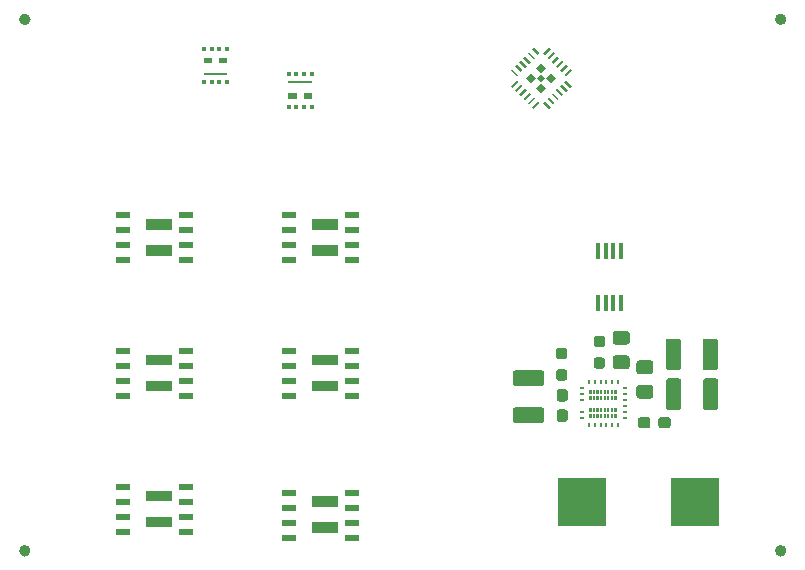
<source format=gtp>
G04 #@! TF.GenerationSoftware,KiCad,Pcbnew,(5.1.6-0-10_14)*
G04 #@! TF.CreationDate,2021-10-07T11:44:50+09:00*
G04 #@! TF.ProjectId,peltier,70656c74-6965-4722-9e6b-696361645f70,rev?*
G04 #@! TF.SameCoordinates,Original*
G04 #@! TF.FileFunction,Paste,Top*
G04 #@! TF.FilePolarity,Positive*
%FSLAX46Y46*%
G04 Gerber Fmt 4.6, Leading zero omitted, Abs format (unit mm)*
G04 Created by KiCad (PCBNEW (5.1.6-0-10_14)) date 2021-10-07 11:44:50*
%MOMM*%
%LPD*%
G01*
G04 APERTURE LIST*
%ADD10C,0.475000*%
%ADD11C,0.100000*%
%ADD12R,0.250000X0.450000*%
%ADD13R,0.450000X0.250000*%
%ADD14R,0.450000X1.450000*%
%ADD15R,0.400000X1.450000*%
%ADD16R,4.100000X4.100000*%
%ADD17R,1.270000X0.609600*%
%ADD18R,0.450000X0.450000*%
G04 APERTURE END LIST*
D10*
X188737500Y-66500000D02*
G75*
G03*
X188737500Y-66500000I-237500J0D01*
G01*
X188737500Y-21500000D02*
G75*
G03*
X188737500Y-21500000I-237500J0D01*
G01*
X124737500Y-21500000D02*
G75*
G03*
X124737500Y-21500000I-237500J0D01*
G01*
X124737500Y-66500000D02*
G75*
G03*
X124737500Y-66500000I-237500J0D01*
G01*
D11*
G36*
X174400000Y-53200000D02*
G01*
X174400000Y-52900000D01*
X174600000Y-52900000D01*
X174600000Y-53200000D01*
X174400000Y-53200000D01*
G37*
G36*
X174400000Y-53200000D02*
G01*
X174400000Y-52900000D01*
X174600000Y-52900000D01*
X174600000Y-53200000D01*
X174400000Y-53200000D01*
G37*
G36*
X174400000Y-53700000D02*
G01*
X174400000Y-53400000D01*
X174600000Y-53400000D01*
X174600000Y-53700000D01*
X174400000Y-53700000D01*
G37*
G36*
X174100000Y-53200000D02*
G01*
X174100000Y-52900000D01*
X174300000Y-52900000D01*
X174300000Y-53200000D01*
X174100000Y-53200000D01*
G37*
G36*
X174100000Y-53200000D02*
G01*
X174100000Y-52900000D01*
X174300000Y-52900000D01*
X174300000Y-53200000D01*
X174100000Y-53200000D01*
G37*
G36*
X174100000Y-53700000D02*
G01*
X174100000Y-53400000D01*
X174300000Y-53400000D01*
X174300000Y-53700000D01*
X174100000Y-53700000D01*
G37*
G36*
X173800000Y-53200000D02*
G01*
X173800000Y-52900000D01*
X174000000Y-52900000D01*
X174000000Y-53200000D01*
X173800000Y-53200000D01*
G37*
G36*
X173500000Y-53700000D02*
G01*
X173500000Y-53400000D01*
X173700000Y-53400000D01*
X173700000Y-53700000D01*
X173500000Y-53700000D01*
G37*
G36*
X173800000Y-53200000D02*
G01*
X173800000Y-52900000D01*
X174000000Y-52900000D01*
X174000000Y-53200000D01*
X173800000Y-53200000D01*
G37*
G36*
X173500000Y-53200000D02*
G01*
X173500000Y-52900000D01*
X173700000Y-52900000D01*
X173700000Y-53200000D01*
X173500000Y-53200000D01*
G37*
G36*
X173500000Y-53200000D02*
G01*
X173500000Y-52900000D01*
X173700000Y-52900000D01*
X173700000Y-53200000D01*
X173500000Y-53200000D01*
G37*
G36*
X173800000Y-53700000D02*
G01*
X173800000Y-53400000D01*
X174000000Y-53400000D01*
X174000000Y-53700000D01*
X173800000Y-53700000D01*
G37*
G36*
X173200000Y-53200000D02*
G01*
X173200000Y-52900000D01*
X173400000Y-52900000D01*
X173400000Y-53200000D01*
X173200000Y-53200000D01*
G37*
G36*
X172300000Y-53200000D02*
G01*
X172300000Y-52900000D01*
X172500000Y-52900000D01*
X172500000Y-53200000D01*
X172300000Y-53200000D01*
G37*
G36*
X172300000Y-53700000D02*
G01*
X172300000Y-53400000D01*
X172500000Y-53400000D01*
X172500000Y-53700000D01*
X172300000Y-53700000D01*
G37*
G36*
X172300000Y-53200000D02*
G01*
X172300000Y-52900000D01*
X172500000Y-52900000D01*
X172500000Y-53200000D01*
X172300000Y-53200000D01*
G37*
G36*
X172600000Y-53200000D02*
G01*
X172600000Y-52900000D01*
X172800000Y-52900000D01*
X172800000Y-53200000D01*
X172600000Y-53200000D01*
G37*
G36*
X172600000Y-53700000D02*
G01*
X172600000Y-53400000D01*
X172800000Y-53400000D01*
X172800000Y-53700000D01*
X172600000Y-53700000D01*
G37*
G36*
X172600000Y-53200000D02*
G01*
X172600000Y-52900000D01*
X172800000Y-52900000D01*
X172800000Y-53200000D01*
X172600000Y-53200000D01*
G37*
G36*
X172900000Y-53700000D02*
G01*
X172900000Y-53400000D01*
X173100000Y-53400000D01*
X173100000Y-53700000D01*
X172900000Y-53700000D01*
G37*
G36*
X173200000Y-53200000D02*
G01*
X173200000Y-52900000D01*
X173400000Y-52900000D01*
X173400000Y-53200000D01*
X173200000Y-53200000D01*
G37*
G36*
X172900000Y-53200000D02*
G01*
X172900000Y-52900000D01*
X173100000Y-52900000D01*
X173100000Y-53200000D01*
X172900000Y-53200000D01*
G37*
G36*
X172900000Y-53200000D02*
G01*
X172900000Y-52900000D01*
X173100000Y-52900000D01*
X173100000Y-53200000D01*
X172900000Y-53200000D01*
G37*
G36*
X173200000Y-53700000D02*
G01*
X173200000Y-53400000D01*
X173400000Y-53400000D01*
X173400000Y-53700000D01*
X173200000Y-53700000D01*
G37*
G36*
X174400000Y-54750000D02*
G01*
X174400000Y-54450000D01*
X174600000Y-54450000D01*
X174600000Y-54750000D01*
X174400000Y-54750000D01*
G37*
G36*
X174400000Y-55250000D02*
G01*
X174400000Y-54950000D01*
X174600000Y-54950000D01*
X174600000Y-55250000D01*
X174400000Y-55250000D01*
G37*
G36*
X174400000Y-54750000D02*
G01*
X174400000Y-54450000D01*
X174600000Y-54450000D01*
X174600000Y-54750000D01*
X174400000Y-54750000D01*
G37*
G36*
X172600000Y-54750000D02*
G01*
X172600000Y-54450000D01*
X172800000Y-54450000D01*
X172800000Y-54750000D01*
X172600000Y-54750000D01*
G37*
G36*
X172600000Y-55250000D02*
G01*
X172600000Y-54950000D01*
X172800000Y-54950000D01*
X172800000Y-55250000D01*
X172600000Y-55250000D01*
G37*
G36*
X172600000Y-54750000D02*
G01*
X172600000Y-54450000D01*
X172800000Y-54450000D01*
X172800000Y-54750000D01*
X172600000Y-54750000D01*
G37*
G36*
X172900000Y-55250000D02*
G01*
X172900000Y-54950000D01*
X173100000Y-54950000D01*
X173100000Y-55250000D01*
X172900000Y-55250000D01*
G37*
G36*
X173200000Y-54750000D02*
G01*
X173200000Y-54450000D01*
X173400000Y-54450000D01*
X173400000Y-54750000D01*
X173200000Y-54750000D01*
G37*
G36*
X172900000Y-54750000D02*
G01*
X172900000Y-54450000D01*
X173100000Y-54450000D01*
X173100000Y-54750000D01*
X172900000Y-54750000D01*
G37*
G36*
X172900000Y-54750000D02*
G01*
X172900000Y-54450000D01*
X173100000Y-54450000D01*
X173100000Y-54750000D01*
X172900000Y-54750000D01*
G37*
G36*
X173200000Y-55250000D02*
G01*
X173200000Y-54950000D01*
X173400000Y-54950000D01*
X173400000Y-55250000D01*
X173200000Y-55250000D01*
G37*
G36*
X174100000Y-54750000D02*
G01*
X174100000Y-54450000D01*
X174300000Y-54450000D01*
X174300000Y-54750000D01*
X174100000Y-54750000D01*
G37*
G36*
X174100000Y-54750000D02*
G01*
X174100000Y-54450000D01*
X174300000Y-54450000D01*
X174300000Y-54750000D01*
X174100000Y-54750000D01*
G37*
G36*
X174100000Y-55250000D02*
G01*
X174100000Y-54950000D01*
X174300000Y-54950000D01*
X174300000Y-55250000D01*
X174100000Y-55250000D01*
G37*
G36*
X173800000Y-54750000D02*
G01*
X173800000Y-54450000D01*
X174000000Y-54450000D01*
X174000000Y-54750000D01*
X173800000Y-54750000D01*
G37*
G36*
X173500000Y-55250000D02*
G01*
X173500000Y-54950000D01*
X173700000Y-54950000D01*
X173700000Y-55250000D01*
X173500000Y-55250000D01*
G37*
G36*
X173800000Y-54750000D02*
G01*
X173800000Y-54450000D01*
X174000000Y-54450000D01*
X174000000Y-54750000D01*
X173800000Y-54750000D01*
G37*
G36*
X173500000Y-54750000D02*
G01*
X173500000Y-54450000D01*
X173700000Y-54450000D01*
X173700000Y-54750000D01*
X173500000Y-54750000D01*
G37*
G36*
X173500000Y-54750000D02*
G01*
X173500000Y-54450000D01*
X173700000Y-54450000D01*
X173700000Y-54750000D01*
X173500000Y-54750000D01*
G37*
G36*
X173800000Y-55250000D02*
G01*
X173800000Y-54950000D01*
X174000000Y-54950000D01*
X174000000Y-55250000D01*
X173800000Y-55250000D01*
G37*
G36*
X173200000Y-54750000D02*
G01*
X173200000Y-54450000D01*
X173400000Y-54450000D01*
X173400000Y-54750000D01*
X173200000Y-54750000D01*
G37*
G36*
X172300000Y-54750000D02*
G01*
X172300000Y-54450000D01*
X172500000Y-54450000D01*
X172500000Y-54750000D01*
X172300000Y-54750000D01*
G37*
G36*
X172300000Y-55250000D02*
G01*
X172300000Y-54950000D01*
X172500000Y-54950000D01*
X172500000Y-55250000D01*
X172300000Y-55250000D01*
G37*
G36*
X172300000Y-54750000D02*
G01*
X172300000Y-54450000D01*
X172500000Y-54450000D01*
X172500000Y-54750000D01*
X172300000Y-54750000D01*
G37*
G36*
X151000000Y-65000000D02*
G01*
X148800000Y-65000000D01*
X148800000Y-64100000D01*
X151000000Y-64100000D01*
X151000000Y-65000000D01*
G37*
G36*
X151000000Y-62800000D02*
G01*
X148800000Y-62800000D01*
X148800000Y-61900000D01*
X151000000Y-61900000D01*
X151000000Y-62800000D01*
G37*
G36*
X141650000Y-26240000D02*
G01*
X139650000Y-26240000D01*
X139650000Y-26040000D01*
X141650000Y-26040000D01*
X141650000Y-26240000D01*
G37*
G36*
X141650000Y-25240000D02*
G01*
X140950000Y-25240000D01*
X140950000Y-24740000D01*
X141650000Y-24740000D01*
X141650000Y-25240000D01*
G37*
G36*
X140350000Y-25240000D02*
G01*
X139650000Y-25240000D01*
X139650000Y-24740000D01*
X140350000Y-24740000D01*
X140350000Y-25240000D01*
G37*
G36*
X137000000Y-62300000D02*
G01*
X134800000Y-62300000D01*
X134800000Y-61400000D01*
X137000000Y-61400000D01*
X137000000Y-62300000D01*
G37*
G36*
X137000000Y-64500000D02*
G01*
X134800000Y-64500000D01*
X134800000Y-63600000D01*
X137000000Y-63600000D01*
X137000000Y-64500000D01*
G37*
G36*
X151000000Y-53000000D02*
G01*
X148800000Y-53000000D01*
X148800000Y-52100000D01*
X151000000Y-52100000D01*
X151000000Y-53000000D01*
G37*
G36*
X151000000Y-50800000D02*
G01*
X148800000Y-50800000D01*
X148800000Y-49900000D01*
X151000000Y-49900000D01*
X151000000Y-50800000D01*
G37*
G36*
X151000000Y-39300000D02*
G01*
X148800000Y-39300000D01*
X148800000Y-38400000D01*
X151000000Y-38400000D01*
X151000000Y-39300000D01*
G37*
G36*
X151000000Y-41500000D02*
G01*
X148800000Y-41500000D01*
X148800000Y-40600000D01*
X151000000Y-40600000D01*
X151000000Y-41500000D01*
G37*
G36*
X167803731Y-26475954D02*
G01*
X167379467Y-26900218D01*
X166955203Y-26475954D01*
X167379467Y-26051690D01*
X167803731Y-26475954D01*
G37*
G36*
X168652259Y-25627426D02*
G01*
X168227995Y-26051690D01*
X167803731Y-25627426D01*
X168227995Y-25203162D01*
X168652259Y-25627426D01*
G37*
G36*
X169500787Y-26475954D02*
G01*
X169076523Y-26900218D01*
X168652259Y-26475954D01*
X169076523Y-26051690D01*
X169500787Y-26475954D01*
G37*
G36*
X168652259Y-27324482D02*
G01*
X168227995Y-27748746D01*
X167803731Y-27324482D01*
X168227995Y-26900218D01*
X168652259Y-27324482D01*
G37*
G36*
X137000000Y-41500000D02*
G01*
X134800000Y-41500000D01*
X134800000Y-40600000D01*
X137000000Y-40600000D01*
X137000000Y-41500000D01*
G37*
G36*
X137000000Y-39300000D02*
G01*
X134800000Y-39300000D01*
X134800000Y-38400000D01*
X137000000Y-38400000D01*
X137000000Y-39300000D01*
G37*
G36*
X137000000Y-50800000D02*
G01*
X134800000Y-50800000D01*
X134800000Y-49900000D01*
X137000000Y-49900000D01*
X137000000Y-50800000D01*
G37*
G36*
X137000000Y-53000000D02*
G01*
X134800000Y-53000000D01*
X134800000Y-52100000D01*
X137000000Y-52100000D01*
X137000000Y-53000000D01*
G37*
G36*
X146810000Y-26730000D02*
G01*
X148810000Y-26730000D01*
X148810000Y-26930000D01*
X146810000Y-26930000D01*
X146810000Y-26730000D01*
G37*
G36*
X146810000Y-27730000D02*
G01*
X147510000Y-27730000D01*
X147510000Y-28230000D01*
X146810000Y-28230000D01*
X146810000Y-27730000D01*
G37*
G36*
X148110000Y-27730000D02*
G01*
X148810000Y-27730000D01*
X148810000Y-28230000D01*
X148110000Y-28230000D01*
X148110000Y-27730000D01*
G37*
D12*
X174750000Y-52180000D03*
X174250000Y-52180000D03*
X173750000Y-52180000D03*
X173250000Y-52180000D03*
X172750000Y-52180000D03*
X172250000Y-52180000D03*
D13*
X171680000Y-52750000D03*
X171680000Y-53250000D03*
X171680000Y-53750000D03*
X171680000Y-54750000D03*
X171680000Y-55250000D03*
D12*
X172250000Y-55820000D03*
X172750000Y-55820000D03*
X173250000Y-55820000D03*
X173750000Y-55820000D03*
X174250000Y-55820000D03*
X174750000Y-55820000D03*
D13*
X175320000Y-55250000D03*
X175320000Y-54750000D03*
X175320000Y-54250000D03*
X175320000Y-53750000D03*
X175320000Y-53250000D03*
X175320000Y-52750000D03*
G36*
G01*
X177475000Y-53625000D02*
X176525000Y-53625000D01*
G75*
G02*
X176275000Y-53375000I0J250000D01*
G01*
X176275000Y-52700000D01*
G75*
G02*
X176525000Y-52450000I250000J0D01*
G01*
X177475000Y-52450000D01*
G75*
G02*
X177725000Y-52700000I0J-250000D01*
G01*
X177725000Y-53375000D01*
G75*
G02*
X177475000Y-53625000I-250000J0D01*
G01*
G37*
G36*
G01*
X177475000Y-51550000D02*
X176525000Y-51550000D01*
G75*
G02*
X176275000Y-51300000I0J250000D01*
G01*
X176275000Y-50625000D01*
G75*
G02*
X176525000Y-50375000I250000J0D01*
G01*
X177475000Y-50375000D01*
G75*
G02*
X177725000Y-50625000I0J-250000D01*
G01*
X177725000Y-51300000D01*
G75*
G02*
X177475000Y-51550000I-250000J0D01*
G01*
G37*
G36*
G01*
X175475000Y-51125000D02*
X174525000Y-51125000D01*
G75*
G02*
X174275000Y-50875000I0J250000D01*
G01*
X174275000Y-50200000D01*
G75*
G02*
X174525000Y-49950000I250000J0D01*
G01*
X175475000Y-49950000D01*
G75*
G02*
X175725000Y-50200000I0J-250000D01*
G01*
X175725000Y-50875000D01*
G75*
G02*
X175475000Y-51125000I-250000J0D01*
G01*
G37*
G36*
G01*
X175475000Y-49050000D02*
X174525000Y-49050000D01*
G75*
G02*
X174275000Y-48800000I0J250000D01*
G01*
X174275000Y-48125000D01*
G75*
G02*
X174525000Y-47875000I250000J0D01*
G01*
X175475000Y-47875000D01*
G75*
G02*
X175725000Y-48125000I0J-250000D01*
G01*
X175725000Y-48800000D01*
G75*
G02*
X175475000Y-49050000I-250000J0D01*
G01*
G37*
G36*
G01*
X177475000Y-55412500D02*
X177475000Y-55887500D01*
G75*
G02*
X177237500Y-56125000I-237500J0D01*
G01*
X176637500Y-56125000D01*
G75*
G02*
X176400000Y-55887500I0J237500D01*
G01*
X176400000Y-55412500D01*
G75*
G02*
X176637500Y-55175000I237500J0D01*
G01*
X177237500Y-55175000D01*
G75*
G02*
X177475000Y-55412500I0J-237500D01*
G01*
G37*
G36*
G01*
X179200000Y-55412500D02*
X179200000Y-55887500D01*
G75*
G02*
X178962500Y-56125000I-237500J0D01*
G01*
X178362500Y-56125000D01*
G75*
G02*
X178125000Y-55887500I0J237500D01*
G01*
X178125000Y-55412500D01*
G75*
G02*
X178362500Y-55175000I237500J0D01*
G01*
X178962500Y-55175000D01*
G75*
G02*
X179200000Y-55412500I0J-237500D01*
G01*
G37*
G36*
G01*
X169762500Y-52800000D02*
X170237500Y-52800000D01*
G75*
G02*
X170475000Y-53037500I0J-237500D01*
G01*
X170475000Y-53637500D01*
G75*
G02*
X170237500Y-53875000I-237500J0D01*
G01*
X169762500Y-53875000D01*
G75*
G02*
X169525000Y-53637500I0J237500D01*
G01*
X169525000Y-53037500D01*
G75*
G02*
X169762500Y-52800000I237500J0D01*
G01*
G37*
G36*
G01*
X169762500Y-54525000D02*
X170237500Y-54525000D01*
G75*
G02*
X170475000Y-54762500I0J-237500D01*
G01*
X170475000Y-55362500D01*
G75*
G02*
X170237500Y-55600000I-237500J0D01*
G01*
X169762500Y-55600000D01*
G75*
G02*
X169525000Y-55362500I0J237500D01*
G01*
X169525000Y-54762500D01*
G75*
G02*
X169762500Y-54525000I237500J0D01*
G01*
G37*
G36*
G01*
X170187500Y-52100000D02*
X169712500Y-52100000D01*
G75*
G02*
X169475000Y-51862500I0J237500D01*
G01*
X169475000Y-51362500D01*
G75*
G02*
X169712500Y-51125000I237500J0D01*
G01*
X170187500Y-51125000D01*
G75*
G02*
X170425000Y-51362500I0J-237500D01*
G01*
X170425000Y-51862500D01*
G75*
G02*
X170187500Y-52100000I-237500J0D01*
G01*
G37*
G36*
G01*
X170187500Y-50275000D02*
X169712500Y-50275000D01*
G75*
G02*
X169475000Y-50037500I0J237500D01*
G01*
X169475000Y-49537500D01*
G75*
G02*
X169712500Y-49300000I237500J0D01*
G01*
X170187500Y-49300000D01*
G75*
G02*
X170425000Y-49537500I0J-237500D01*
G01*
X170425000Y-50037500D01*
G75*
G02*
X170187500Y-50275000I-237500J0D01*
G01*
G37*
G36*
G01*
X173387500Y-49275000D02*
X172912500Y-49275000D01*
G75*
G02*
X172675000Y-49037500I0J237500D01*
G01*
X172675000Y-48537500D01*
G75*
G02*
X172912500Y-48300000I237500J0D01*
G01*
X173387500Y-48300000D01*
G75*
G02*
X173625000Y-48537500I0J-237500D01*
G01*
X173625000Y-49037500D01*
G75*
G02*
X173387500Y-49275000I-237500J0D01*
G01*
G37*
G36*
G01*
X173387500Y-51100000D02*
X172912500Y-51100000D01*
G75*
G02*
X172675000Y-50862500I0J237500D01*
G01*
X172675000Y-50362500D01*
G75*
G02*
X172912500Y-50125000I237500J0D01*
G01*
X173387500Y-50125000D01*
G75*
G02*
X173625000Y-50362500I0J-237500D01*
G01*
X173625000Y-50862500D01*
G75*
G02*
X173387500Y-51100000I-237500J0D01*
G01*
G37*
D14*
X175000000Y-45500000D03*
D15*
X174325000Y-45500000D03*
X173675000Y-45500000D03*
D14*
X173000000Y-45500000D03*
X173000000Y-41100000D03*
D15*
X173675000Y-41100000D03*
X174325000Y-41100000D03*
D14*
X175000000Y-41100000D03*
G36*
G01*
X166049999Y-51225000D02*
X168250001Y-51225000D01*
G75*
G02*
X168500000Y-51474999I0J-249999D01*
G01*
X168500000Y-52300001D01*
G75*
G02*
X168250001Y-52550000I-249999J0D01*
G01*
X166049999Y-52550000D01*
G75*
G02*
X165800000Y-52300001I0J249999D01*
G01*
X165800000Y-51474999D01*
G75*
G02*
X166049999Y-51225000I249999J0D01*
G01*
G37*
G36*
G01*
X166049999Y-54350000D02*
X168250001Y-54350000D01*
G75*
G02*
X168500000Y-54599999I0J-249999D01*
G01*
X168500000Y-55425001D01*
G75*
G02*
X168250001Y-55675000I-249999J0D01*
G01*
X166049999Y-55675000D01*
G75*
G02*
X165800000Y-55425001I0J249999D01*
G01*
X165800000Y-54599999D01*
G75*
G02*
X166049999Y-54350000I249999J0D01*
G01*
G37*
G36*
G01*
X183225000Y-52149999D02*
X183225000Y-54350001D01*
G75*
G02*
X182975001Y-54600000I-249999J0D01*
G01*
X182149999Y-54600000D01*
G75*
G02*
X181900000Y-54350001I0J249999D01*
G01*
X181900000Y-52149999D01*
G75*
G02*
X182149999Y-51900000I249999J0D01*
G01*
X182975001Y-51900000D01*
G75*
G02*
X183225000Y-52149999I0J-249999D01*
G01*
G37*
G36*
G01*
X180100000Y-52149999D02*
X180100000Y-54350001D01*
G75*
G02*
X179850001Y-54600000I-249999J0D01*
G01*
X179024999Y-54600000D01*
G75*
G02*
X178775000Y-54350001I0J249999D01*
G01*
X178775000Y-52149999D01*
G75*
G02*
X179024999Y-51900000I249999J0D01*
G01*
X179850001Y-51900000D01*
G75*
G02*
X180100000Y-52149999I0J-249999D01*
G01*
G37*
G36*
G01*
X180084999Y-48774998D02*
X180084999Y-50975000D01*
G75*
G02*
X179835000Y-51224999I-249999J0D01*
G01*
X179009998Y-51224999D01*
G75*
G02*
X178759999Y-50975000I0J249999D01*
G01*
X178759999Y-48774998D01*
G75*
G02*
X179009998Y-48524999I249999J0D01*
G01*
X179835000Y-48524999D01*
G75*
G02*
X180084999Y-48774998I0J-249999D01*
G01*
G37*
G36*
G01*
X183209999Y-48774998D02*
X183209999Y-50975000D01*
G75*
G02*
X182960000Y-51224999I-249999J0D01*
G01*
X182134998Y-51224999D01*
G75*
G02*
X181884999Y-50975000I0J249999D01*
G01*
X181884999Y-48774998D01*
G75*
G02*
X182134998Y-48524999I249999J0D01*
G01*
X182960000Y-48524999D01*
G75*
G02*
X183209999Y-48774998I0J-249999D01*
G01*
G37*
D16*
X171710000Y-62370000D03*
X181210000Y-62370000D03*
D17*
X152167000Y-61595000D03*
X152167000Y-62865000D03*
X152167000Y-64135000D03*
X152167000Y-65405000D03*
X146833000Y-65405000D03*
X146833000Y-64135000D03*
X146833000Y-62865000D03*
X146833000Y-61595000D03*
D18*
X139675000Y-26826000D03*
X140325000Y-26826000D03*
X140975000Y-26826000D03*
X141625000Y-26826000D03*
X141625000Y-24054000D03*
X140975000Y-24054000D03*
X140325000Y-24054000D03*
X139675000Y-24054000D03*
D17*
X132833000Y-61095000D03*
X132833000Y-62365000D03*
X132833000Y-63635000D03*
X132833000Y-64905000D03*
X138167000Y-64905000D03*
X138167000Y-63635000D03*
X138167000Y-62365000D03*
X138167000Y-61095000D03*
X152167000Y-49595000D03*
X152167000Y-50865000D03*
X152167000Y-52135000D03*
X152167000Y-53405000D03*
X146833000Y-53405000D03*
X146833000Y-52135000D03*
X146833000Y-50865000D03*
X146833000Y-49595000D03*
X146833000Y-38095000D03*
X146833000Y-39365000D03*
X146833000Y-40635000D03*
X146833000Y-41905000D03*
X152167000Y-41905000D03*
X152167000Y-40635000D03*
X152167000Y-39365000D03*
X152167000Y-38095000D03*
D11*
G36*
X166135595Y-26323289D02*
G01*
X165632701Y-25820395D01*
X165776385Y-25676711D01*
X166279279Y-26179605D01*
X166135595Y-26323289D01*
G37*
G36*
X166494805Y-25964079D02*
G01*
X165991911Y-25461185D01*
X166135595Y-25317501D01*
X166638489Y-25820395D01*
X166494805Y-25964079D01*
G37*
G36*
X166854016Y-25604869D02*
G01*
X166351122Y-25101975D01*
X166494806Y-24958291D01*
X166997700Y-25461185D01*
X166854016Y-25604869D01*
G37*
G36*
X167213226Y-25245659D02*
G01*
X166710332Y-24742765D01*
X166854016Y-24599081D01*
X167356910Y-25101975D01*
X167213226Y-25245659D01*
G37*
G36*
X167572436Y-24886448D02*
G01*
X167069542Y-24383554D01*
X167213226Y-24239870D01*
X167716120Y-24742764D01*
X167572436Y-24886448D01*
G37*
G36*
X167931646Y-24527238D02*
G01*
X167428752Y-24024344D01*
X167572436Y-23880660D01*
X168075330Y-24383554D01*
X167931646Y-24527238D01*
G37*
G36*
X169027238Y-24024344D02*
G01*
X168524344Y-24527238D01*
X168380660Y-24383554D01*
X168883554Y-23880660D01*
X169027238Y-24024344D01*
G37*
G36*
X169386448Y-24383554D02*
G01*
X168883554Y-24886448D01*
X168739870Y-24742764D01*
X169242764Y-24239870D01*
X169386448Y-24383554D01*
G37*
G36*
X169745658Y-24742765D02*
G01*
X169242764Y-25245659D01*
X169099080Y-25101975D01*
X169601974Y-24599081D01*
X169745658Y-24742765D01*
G37*
G36*
X170104868Y-25101975D02*
G01*
X169601974Y-25604869D01*
X169458290Y-25461185D01*
X169961184Y-24958291D01*
X170104868Y-25101975D01*
G37*
G36*
X170464079Y-25461185D02*
G01*
X169961185Y-25964079D01*
X169817501Y-25820395D01*
X170320395Y-25317501D01*
X170464079Y-25461185D01*
G37*
G36*
X170823289Y-25820395D02*
G01*
X170320395Y-26323289D01*
X170176711Y-26179605D01*
X170679605Y-25676711D01*
X170823289Y-25820395D01*
G37*
G36*
X170679605Y-27275197D02*
G01*
X170176711Y-26772303D01*
X170320395Y-26628619D01*
X170823289Y-27131513D01*
X170679605Y-27275197D01*
G37*
G36*
X170320395Y-27634407D02*
G01*
X169817501Y-27131513D01*
X169961185Y-26987829D01*
X170464079Y-27490723D01*
X170320395Y-27634407D01*
G37*
G36*
X169961184Y-27993617D02*
G01*
X169458290Y-27490723D01*
X169601974Y-27347039D01*
X170104868Y-27849933D01*
X169961184Y-27993617D01*
G37*
G36*
X169601974Y-28352827D02*
G01*
X169099080Y-27849933D01*
X169242764Y-27706249D01*
X169745658Y-28209143D01*
X169601974Y-28352827D01*
G37*
G36*
X169242764Y-28712038D02*
G01*
X168739870Y-28209144D01*
X168883554Y-28065460D01*
X169386448Y-28568354D01*
X169242764Y-28712038D01*
G37*
G36*
X168883554Y-29071248D02*
G01*
X168380660Y-28568354D01*
X168524344Y-28424670D01*
X169027238Y-28927564D01*
X168883554Y-29071248D01*
G37*
G36*
X168075330Y-28568354D02*
G01*
X167572436Y-29071248D01*
X167428752Y-28927564D01*
X167931646Y-28424670D01*
X168075330Y-28568354D01*
G37*
G36*
X167716120Y-28209144D02*
G01*
X167213226Y-28712038D01*
X167069542Y-28568354D01*
X167572436Y-28065460D01*
X167716120Y-28209144D01*
G37*
G36*
X167356910Y-27849933D02*
G01*
X166854016Y-28352827D01*
X166710332Y-28209143D01*
X167213226Y-27706249D01*
X167356910Y-27849933D01*
G37*
G36*
X166997700Y-27490723D02*
G01*
X166494806Y-27993617D01*
X166351122Y-27849933D01*
X166854016Y-27347039D01*
X166997700Y-27490723D01*
G37*
G36*
X166638489Y-27131513D02*
G01*
X166135595Y-27634407D01*
X165991911Y-27490723D01*
X166494805Y-26987829D01*
X166638489Y-27131513D01*
G37*
G36*
X166279279Y-26772303D02*
G01*
X165776385Y-27275197D01*
X165632701Y-27131513D01*
X166135595Y-26628619D01*
X166279279Y-26772303D01*
G37*
G36*
X168227995Y-26829507D02*
G01*
X167874442Y-26475954D01*
X168227995Y-26122401D01*
X168581548Y-26475954D01*
X168227995Y-26829507D01*
G37*
D17*
X138167000Y-38095000D03*
X138167000Y-39365000D03*
X138167000Y-40635000D03*
X138167000Y-41905000D03*
X132833000Y-41905000D03*
X132833000Y-40635000D03*
X132833000Y-39365000D03*
X132833000Y-38095000D03*
X132833000Y-49595000D03*
X132833000Y-50865000D03*
X132833000Y-52135000D03*
X132833000Y-53405000D03*
X138167000Y-53405000D03*
X138167000Y-52135000D03*
X138167000Y-50865000D03*
X138167000Y-49595000D03*
D18*
X148785000Y-26144000D03*
X148135000Y-26144000D03*
X147485000Y-26144000D03*
X146835000Y-26144000D03*
X146835000Y-28916000D03*
X147485000Y-28916000D03*
X148135000Y-28916000D03*
X148785000Y-28916000D03*
M02*

</source>
